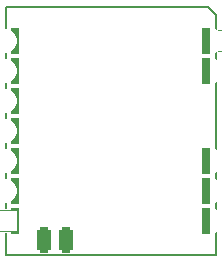
<source format=gbr>
%TF.GenerationSoftware,KiCad,Pcbnew,7.0.10*%
%TF.CreationDate,2024-01-21T02:22:15+01:00*%
%TF.ProjectId,powermeter,706f7765-726d-4657-9465-722e6b696361,rev?*%
%TF.SameCoordinates,Original*%
%TF.FileFunction,Legend,Bot*%
%TF.FilePolarity,Positive*%
%FSLAX46Y46*%
G04 Gerber Fmt 4.6, Leading zero omitted, Abs format (unit mm)*
G04 Created by KiCad (PCBNEW 7.0.10) date 2024-01-21 02:22:15*
%MOMM*%
%LPD*%
G01*
G04 APERTURE LIST*
G04 Aperture macros list*
%AMRoundRect*
0 Rectangle with rounded corners*
0 $1 Rounding radius*
0 $2 $3 $4 $5 $6 $7 $8 $9 X,Y pos of 4 corners*
0 Add a 4 corners polygon primitive as box body*
4,1,4,$2,$3,$4,$5,$6,$7,$8,$9,$2,$3,0*
0 Add four circle primitives for the rounded corners*
1,1,$1+$1,$2,$3*
1,1,$1+$1,$4,$5*
1,1,$1+$1,$6,$7*
1,1,$1+$1,$8,$9*
0 Add four rect primitives between the rounded corners*
20,1,$1+$1,$2,$3,$4,$5,0*
20,1,$1+$1,$4,$5,$6,$7,0*
20,1,$1+$1,$6,$7,$8,$9,0*
20,1,$1+$1,$8,$9,$2,$3,0*%
G04 Aperture macros list end*
%ADD10C,0.127000*%
%ADD11O,1.776000X1.776000*%
%ADD12RoundRect,0.038000X-0.850000X-0.850000X0.850000X-0.850000X0.850000X0.850000X-0.850000X0.850000X0*%
%ADD13RoundRect,1.102000X0.375000X0.000000X-0.375000X0.000000X-0.375000X0.000000X0.375000X0.000000X0*%
%ADD14RoundRect,0.305000X0.305000X-0.813000X0.305000X0.813000X-0.305000X0.813000X-0.305000X-0.813000X0*%
%ADD15RoundRect,0.038000X0.850000X0.850000X-0.850000X0.850000X-0.850000X-0.850000X0.850000X-0.850000X0*%
G04 APERTURE END LIST*
D10*
%TO.C,U1*%
X69576000Y-61919250D02*
X51776000Y-61919250D01*
X69576000Y-41590750D02*
X69576000Y-61919250D01*
X68904459Y-40919250D02*
X69576000Y-41590750D01*
X51776000Y-61919250D02*
X51776000Y-40919250D01*
X51776000Y-40919250D02*
X68904459Y-40919250D01*
%TD*%
%LPC*%
D11*
%TO.C,J2*%
X69596000Y-59029600D03*
X69596000Y-56489600D03*
X69596000Y-53949600D03*
X69596000Y-46329600D03*
D12*
X69596000Y-43789600D03*
%TD*%
D13*
%TO.C,U1*%
X68741000Y-43799250D03*
X68741000Y-46339250D03*
X68741000Y-53959250D03*
X68741000Y-56499250D03*
X68741000Y-59039250D03*
X52576000Y-59039250D03*
X52576000Y-56499250D03*
X52576000Y-53959250D03*
X52576000Y-51419250D03*
X52576000Y-48879250D03*
X52576000Y-46339250D03*
X52576000Y-43799250D03*
D14*
X56876000Y-60649250D03*
X54971000Y-60649250D03*
%TD*%
D15*
%TO.C,J3*%
X51816000Y-59029600D03*
D11*
X51816000Y-56489600D03*
X51816000Y-53949600D03*
X51816000Y-51409600D03*
X51816000Y-48869600D03*
X51816000Y-46329600D03*
X51816000Y-43789600D03*
%TD*%
%LPD*%
M02*

</source>
